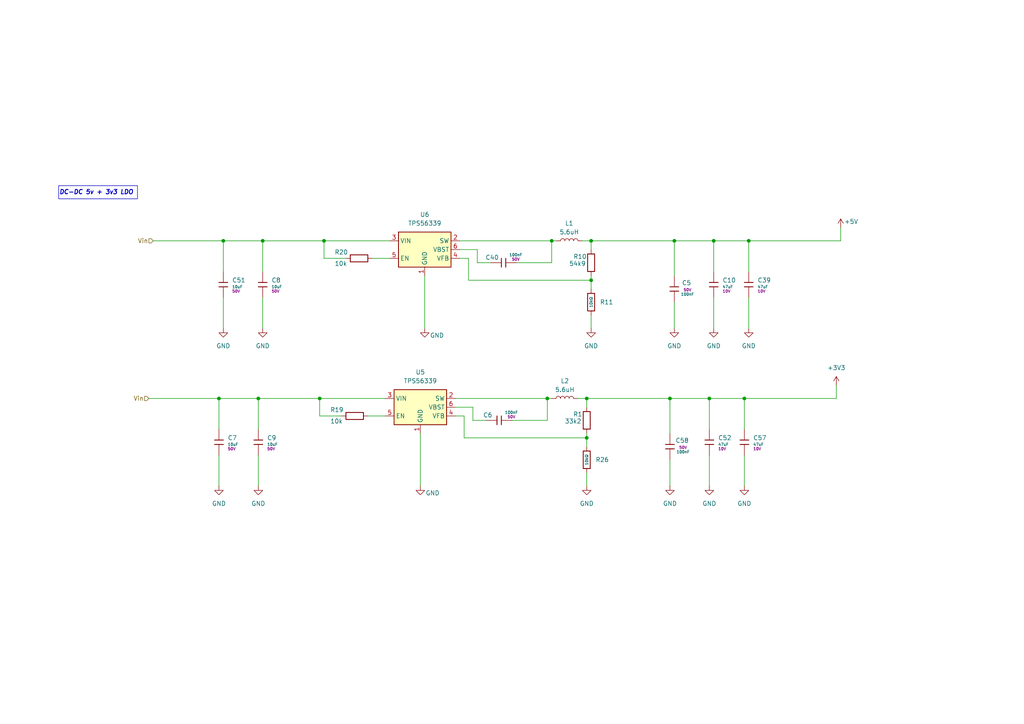
<source format=kicad_sch>
(kicad_sch (version 20231120) (generator "eeschema") (generator_version "8.0")
  (paper "A4")
  (title_block (title "5v and 3v3 psu") (date "2025-02-04") (rev "A") (company "Artem Horiunov") (comment 1 "DESIGNED IN POLAND"))
  (lib_symbols
    (symbol "Device:L" (pin_numbers hide) (pin_names (offset 1.016) hide)
      (property "Reference" "L" (at -1.27 0 90))
      (property "Value" "L" (at 1.905 0 90))
      (symbol "L_0_1"
        (arc (start 0 -2.54) (mid 0.6323 -1.905) (end 0 -1.27))
        (arc (start 0 -1.27) (mid 0.6323 -0.635) (end 0 0))
        (arc (start 0 0) (mid 0.6323 0.635) (end 0 1.27))
        (arc (start 0 1.27) (mid 0.6323 1.905) (end 0 2.54))
      )
      (symbol "L_1_1"
        (pin passive line (at 0 3.81 270) (length 1.27) (name "1") (number "1"))
        (pin passive line (at 0 -3.81 90) (length 1.27) (name "2") (number "2"))
      )
    )
    (symbol "Device:R" (pin_numbers hide) (pin_names (offset 0))
      (property "Reference" "R" (at 2.032 0 90))
      (property "Value" "R" (at 0 0 90))
      (symbol "R_0_1"
        (rectangle (start -1.016 -2.54) (end 1.016 2.54) (stroke (width 0.254)))
      )
      (symbol "R_1_1"
        (pin passive line (at 0 3.81 270) (length 1.27) (name "~") (number "1"))
        (pin passive line (at 0 -3.81 90) (length 1.27) (name "~") (number "2"))
      )
    )
    (symbol "PCM_JLCPCB-Capacitors:0402,100nF,(2)" (pin_numbers hide) (pin_names (offset 0))
      (property "Reference" "C" (at 2.032 1.668 0))
      (property "Value" "100nF" (at 2.032 -0.3782 0))
      (property "Voltage Rated" "50V" (at 2.032 -2.0462 0))
      (symbol "0402,100nF,(2)_0_1"
        (polyline (pts (xy -1.27 -0.635) (xy 1.27 -0.635)) (stroke (width 0.254)))
        (polyline (pts (xy -1.27 0.635) (xy 1.27 0.635)) (stroke (width 0.254)))
      )
      (symbol "0402,100nF,(2)_1_1"
        (pin passive line (at 0 3.81 270) (length 3.175) (name "~") (number "1"))
        (pin passive line (at 0 -3.81 90) (length 3.175) (name "~") (number "2"))
      )
    )
    (symbol "PCM_JLCPCB-Capacitors:1206,10uF" (pin_numbers hide) (pin_names (offset 0))
      (property "Reference" "C" (at 2.032 1.668 0))
      (property "Value" "10uF" (at 2.032 -0.3782 0))
      (property "Voltage Rated" "50V" (at 2.032 -2.0462 0))
      (symbol "1206,10uF_0_1"
        (polyline (pts (xy -1.27 -0.635) (xy 1.27 -0.635)) (stroke (width 0.254)))
        (polyline (pts (xy -1.27 0.635) (xy 1.27 0.635)) (stroke (width 0.254)))
      )
      (symbol "1206,10uF_1_1"
        (pin passive line (at 0 3.81 270) (length 3.175) (name "~") (number "1"))
        (pin passive line (at 0 -3.81 90) (length 3.175) (name "~") (number "2"))
      )
    )
    (symbol "PCM_JLCPCB-Capacitors:1206,47uF" (pin_numbers hide) (pin_names (offset 0))
      (property "Reference" "C" (at 2.032 1.668 0))
      (property "Value" "47uF" (at 2.032 -0.3782 0))
      (property "Voltage Rated" "10V" (at 2.032 -2.0462 0))
      (symbol "1206,47uF_0_1"
        (polyline (pts (xy -1.27 -0.635) (xy 1.27 -0.635)) (stroke (width 0.254)))
        (polyline (pts (xy -1.27 0.635) (xy 1.27 0.635)) (stroke (width 0.254)))
      )
      (symbol "1206,47uF_1_1"
        (pin passive line (at 0 3.81 270) (length 3.175) (name "~") (number "1"))
        (pin passive line (at 0 -3.81 90) (length 3.175) (name "~") (number "2"))
      )
    )
    (symbol "PCM_JLCPCB-Resistors:0402,10kΩ" (pin_numbers hide) (pin_names (offset 0))
      (property "Reference" "R" (at 1.778 0 0))
      (property "Value" "10kΩ" (at 0 0 90))
      (symbol "0402,10kΩ_0_1"
        (rectangle (start -1.016 2.54) (end 1.016 -2.54) (stroke (width 0.254)))
      )
      (symbol "0402,10kΩ_1_1"
        (pin passive line (at 0 3.81 270) (length 1.27) (name "~") (number "1"))
        (pin passive line (at 0 -3.81 90) (length 1.27) (name "~") (number "2"))
      )
    )
    (symbol "Regulator_Switching:TPS563200"
      (property "Reference" "U" (at -7.62 6.35 0))
      (property "Value" "TPS563200" (at -2.54 6.35 0))
      (symbol "TPS563200_0_1"
        (rectangle (start -7.62 5.08) (end 7.62 -5.08) (stroke (width 0.254)) (fill (type background)))
      )
      (symbol "TPS563200_1_1"
        (pin power_in line (at 0 -7.62 90) (length 2.54) (name "GND") (number "1"))
        (pin output line (at 10.16 2.54 180) (length 2.54) (name "SW") (number "2"))
        (pin power_in line (at -10.16 2.54 0) (length 2.54) (name "VIN") (number "3"))
        (pin input line (at 10.16 -2.54 180) (length 2.54) (name "VFB") (number "4"))
        (pin input line (at -10.16 -2.54 0) (length 2.54) (name "EN") (number "5"))
        (pin passive line (at 10.16 0 180) (length 2.54) (name "VBST") (number "6"))
      )
    )
    (symbol "power:+3V3" (power) (pin_numbers hide) (pin_names (offset 0) hide)
      (property "Value" "+3V3" (at 0 3.556 0))
      (symbol "+3V3_0_1"
        (polyline (pts (xy -0.762 1.27) (xy 0 2.54)))
        (polyline (pts (xy 0 0) (xy 0 2.54)))
        (polyline (pts (xy 0 2.54) (xy 0.762 1.27)))
      )
      (symbol "+3V3_1_1"
        (pin power_in line (at 0 0 90) (length 0) (name "~") (number "1"))
      )
    )
    (symbol "power:+5V" (power) (pin_numbers hide) (pin_names (offset 0) hide)
      (property "Value" "+5V" (at 0 3.556 0))
      (symbol "+5V_0_1"
        (polyline (pts (xy -0.762 1.27) (xy 0 2.54)))
        (polyline (pts (xy 0 0) (xy 0 2.54)))
        (polyline (pts (xy 0 2.54) (xy 0.762 1.27)))
      )
      (symbol "+5V_1_1"
        (pin power_in line (at 0 0 90) (length 0) (name "~") (number "1"))
      )
    )
    (symbol "power:GND" (power) (pin_numbers hide) (pin_names (offset 0) hide)
      (property "Value" "GND" (at 0 -3.81 0))
      (symbol "GND_0_1"
        (polyline (pts (xy 0 0) (xy 0 -1.27) (xy 1.27 -1.27) (xy 0 -2.54) (xy -1.27 -1.27) (xy 0 -1.27)))
      )
      (symbol "GND_1_1"
        (pin power_in line (at 0 0 270) (length 0) (name "~") (number "1"))
      )
    )
  )
  (junction (at 194.31 115.57))
  (junction (at 76.2 69.85))
  (junction (at 217.17 69.85))
  (junction (at 195.58 69.85))
  (junction (at 170.18 115.57))
  (junction (at 93.98 69.85))
  (junction (at 74.93 115.57))
  (junction (at 158.75 115.57))
  (junction (at 215.9 115.57))
  (junction (at 92.71 115.57))
  (junction (at 171.45 69.85))
  (junction (at 207.01 69.85))
  (junction (at 160.02 69.85))
  (junction (at 63.5 115.57))
  (junction (at 171.45 81.28))
  (junction (at 170.18 127))
  (junction (at 64.77 69.85))
  (junction (at 205.74 115.57))
  (wire (pts (xy 243.84 66.04) (xy 243.84 69.85)))
  (wire (pts (xy 171.45 72.39) (xy 171.45 69.85)))
  (wire (pts (xy 205.74 115.57) (xy 215.9 115.57)))
  (wire (pts (xy 74.93 115.57) (xy 74.93 124.46)))
  (wire (pts (xy 93.98 74.93) (xy 93.98 69.85)))
  (wire (pts (xy 137.16 118.11) (xy 132.08 118.11)))
  (wire (pts (xy 74.93 132.08) (xy 74.93 140.97)))
  (wire (pts (xy 99.06 120.65) (xy 92.71 120.65)))
  (wire (pts (xy 170.18 115.57) (xy 194.31 115.57)))
  (wire (pts (xy 92.71 120.65) (xy 92.71 115.57)))
  (wire (pts (xy 64.77 86.36) (xy 64.77 95.25)))
  (wire (pts (xy 76.2 86.36) (xy 76.2 95.25)))
  (wire (pts (xy 133.35 69.85) (xy 160.02 69.85)))
  (wire (pts (xy 170.18 125.73) (xy 170.18 127)))
  (wire (pts (xy 63.5 115.57) (xy 74.93 115.57)))
  (wire (pts (xy 106.68 120.65) (xy 111.76 120.65)))
  (wire (pts (xy 100.33 74.93) (xy 93.98 74.93)))
  (wire (pts (xy 137.16 121.92) (xy 140.97 121.92)))
  (wire (pts (xy 92.71 115.57) (xy 111.76 115.57)))
  (wire (pts (xy 138.43 72.39) (xy 133.35 72.39)))
  (wire (pts (xy 207.01 69.85) (xy 217.17 69.85)))
  (wire (pts (xy 207.01 86.36) (xy 207.01 95.25)))
  (wire (pts (xy 170.18 127) (xy 170.18 129.54)))
  (wire (pts (xy 195.58 87.63) (xy 195.58 95.25)))
  (wire (pts (xy 217.17 86.36) (xy 217.17 95.25)))
  (wire (pts (xy 194.31 133.35) (xy 194.31 140.97)))
  (wire (pts (xy 63.5 115.57) (xy 63.5 124.46)))
  (wire (pts (xy 242.57 111.76) (xy 242.57 115.57)))
  (wire (pts (xy 207.01 78.74) (xy 207.01 69.85)))
  (wire (pts (xy 138.43 76.2) (xy 142.24 76.2)))
  (wire (pts (xy 148.59 121.92) (xy 158.75 121.92)))
  (wire (pts (xy 205.74 124.46) (xy 205.74 115.57)))
  (wire (pts (xy 205.74 132.08) (xy 205.74 140.97)))
  (wire (pts (xy 167.64 115.57) (xy 170.18 115.57)))
  (wire (pts (xy 64.77 69.85) (xy 64.77 78.74)))
  (wire (pts (xy 133.35 74.93) (xy 135.89 74.93)))
  (wire (pts (xy 76.2 69.85) (xy 93.98 69.85)))
  (wire (pts (xy 217.17 69.85) (xy 217.17 78.74)))
  (wire (pts (xy 160.02 69.85) (xy 161.29 69.85)))
  (wire (pts (xy 170.18 118.11) (xy 170.18 115.57)))
  (wire (pts (xy 158.75 115.57) (xy 160.02 115.57)))
  (wire (pts (xy 158.75 115.57) (xy 158.75 121.92)))
  (wire (pts (xy 74.93 115.57) (xy 92.71 115.57)))
  (wire (pts (xy 215.9 115.57) (xy 215.9 124.46)))
  (wire (pts (xy 195.58 69.85) (xy 207.01 69.85)))
  (wire (pts (xy 63.5 132.08) (xy 63.5 140.97)))
  (wire (pts (xy 171.45 69.85) (xy 195.58 69.85)))
  (wire (pts (xy 134.62 127) (xy 170.18 127)))
  (wire (pts (xy 43.18 115.57) (xy 63.5 115.57)))
  (wire (pts (xy 135.89 81.28) (xy 171.45 81.28)))
  (wire (pts (xy 168.91 69.85) (xy 171.45 69.85)))
  (wire (pts (xy 138.43 72.39) (xy 138.43 76.2)))
  (wire (pts (xy 64.77 69.85) (xy 76.2 69.85)))
  (wire (pts (xy 171.45 81.28) (xy 171.45 83.82)))
  (wire (pts (xy 76.2 69.85) (xy 76.2 78.74)))
  (wire (pts (xy 44.45 69.85) (xy 64.77 69.85)))
  (wire (pts (xy 171.45 91.44) (xy 171.45 95.25)))
  (wire (pts (xy 149.86 76.2) (xy 160.02 76.2)))
  (wire (pts (xy 107.95 74.93) (xy 113.03 74.93)))
  (wire (pts (xy 160.02 69.85) (xy 160.02 76.2)))
  (wire (pts (xy 137.16 118.11) (xy 137.16 121.92)))
  (wire (pts (xy 134.62 127) (xy 134.62 120.65)))
  (wire (pts (xy 217.17 69.85) (xy 243.84 69.85)))
  (wire (pts (xy 194.31 125.73) (xy 194.31 115.57)))
  (wire (pts (xy 121.92 125.73) (xy 121.92 140.97)))
  (wire (pts (xy 93.98 69.85) (xy 113.03 69.85)))
  (wire (pts (xy 170.18 137.16) (xy 170.18 140.97)))
  (wire (pts (xy 135.89 81.28) (xy 135.89 74.93)))
  (wire (pts (xy 123.19 80.01) (xy 123.19 95.25)))
  (wire (pts (xy 195.58 80.01) (xy 195.58 69.85)))
  (wire (pts (xy 132.08 115.57) (xy 158.75 115.57)))
  (wire (pts (xy 215.9 115.57) (xy 242.57 115.57)))
  (wire (pts (xy 132.08 120.65) (xy 134.62 120.65)))
  (wire (pts (xy 171.45 80.01) (xy 171.45 81.28)))
  (wire (pts (xy 215.9 132.08) (xy 215.9 140.97)))
  (wire (pts (xy 194.31 115.57) (xy 205.74 115.57)))
  (rectangle (start 17.018 53.848) (end 39.878 57.658))
  (text "DC-DC 5v + 3v3 LDO\n" (at 27.94 55.88 0) (effects (font (size 1.27 1.27) (thickness 0.254) (bold yes) (italic yes))))
  (hierarchical_label "Vin" (shape input) (at 43.18 115.57 180))
  (hierarchical_label "Vin" (shape input) (at 44.45 69.85 180))
  (symbol (lib_id "PCM_JLCPCB-Resistors:0402,10kΩ") (at 170.18 133.35 0) (unit 1)
    (property "Reference" "R26" (at 172.72 133.35 0) (effects (justify left)))
    (property "Value" "10kΩ" (at 170.18 133.35 90) (effects (font (size 0.8 0.8))))
    (property "Footprint" "PCM_JLCPCB:R_0402" (effects (hide yes)))
    (property "Datasheet" "https://www.lcsc.com/datasheet/lcsc_datasheet_2411221126_UNI-ROYAL-Uniroyal-Elec-0402WGF1002TCE_C25744.pdf" (effects (hide yes)))
    (property "Description" "62.5mW Thick Film Resistors 50V ±100ppm/°C ±1% 10kΩ 0402 Chip Resistor - Surface Mount ROHS" (effects (hide yes)))
    (property "LCSC" "C25744" (effects (hide yes)))
    (property "Stock" "6666349" (effects (hide yes)))
    (property "Price" "0.004USD" (effects (hide yes)))
    (property "Process" "SMT" (effects (hide yes)))
    (property "Minimum Qty" "5" (effects (hide yes)))
    (property "Attrition Qty" "0" (effects (hide yes)))
    (property "Class" "Basic Component" (effects (hide yes)))
    (property "Category" "Resistors,Chip Resistor - Surface Mount" (effects (hide yes)))
    (property "Manufacturer" "UNI-ROYAL(Uniroyal Elec)" (effects (hide yes)))
    (property "Part" "0402WGF1002TCE" (effects (hide yes)))
    (property "Resistance" "10kΩ" (effects (hide yes)))
    (property "Power(Watts)" "62.5mW" (effects (hide yes)))
    (property "Type" "Thick Film Resistors" (effects (hide yes)))
    (property "Overload Voltage (Max)" "50V" (effects (hide yes)))
    (property "Operating Temperature Range" "-55°C~+155°C" (effects (hide yes)))
    (property "Tolerance" "±1%" (effects (hide yes)))
    (property "Temperature Coefficient" "±100ppm/°C" (effects (hide yes)))
  )
  (symbol (lib_id "PCM_JLCPCB-Capacitors:1206,47uF") (at 215.9 128.27 0) (unit 1)
    (property "Reference" "C57" (at 218.44 127 0) (effects (justify left)))
    (property "Value" "47uF" (at 218.44 128.905 0) (effects (font (size 0.8 0.8)) (justify left)))
    (property "Footprint" "PCM_JLCPCB:C_1206" (effects (hide yes)))
    (property "Datasheet" "https://www.lcsc.com/datasheet/lcsc_datasheet_2304140030_Samsung-Electro-Mechanics-CL31A476MPHNNNE_C96123.pdf" (effects (hide yes)))
    (property "Description" "10V 47uF X5R ±20% 1206 Multilayer Ceramic Capacitors MLCC - SMD/SMT ROHS" (effects (hide yes)))
    (property "LCSC" "C96123" (effects (hide yes)))
    (property "Stock" "417257" (effects (hide yes)))
    (property "Price" "0.070USD" (effects (hide yes)))
    (property "Process" "SMT" (effects (hide yes)))
    (property "Minimum Qty" "5" (effects (hide yes)))
    (property "Attrition Qty" "2" (effects (hide yes)))
    (property "Class" "Basic Component" (effects (hide yes)))
    (property "Category" "Capacitors,Multilayer Ceramic Capacitors MLCC - SMD/SMT" (effects (hide yes)))
    (property "Manufacturer" "Samsung Electro-Mechanics" (effects (hide yes)))
    (property "Part" "CL31A476MPHNNNE" (effects (hide yes)))
    (property "Voltage Rated" "10V" (at 218.44 130.175 0) (effects (font (size 0.8 0.8)) (justify left)))
    (property "Tolerance" "±20%" (effects (hide yes)))
    (property "Capacitance" "47uF" (effects (hide yes)))
    (property "Temperature Coefficient" "X5R" (effects (hide yes)))
  )
  (symbol (lib_id "power:GND") (at 123.19 95.25 0) (unit 1)
    (property "Reference" "#PWR020" (effects (hide yes)))
    (property "Value" "GND" (at 126.746 97.282 0))
    (property "Description" "Power symbol creates a global label with name \"GND\" , ground" (effects (hide yes)))
  )
  (symbol (lib_id "power:GND") (at 195.58 95.25 0) (unit 1)
    (property "Reference" "#PWR0107" (effects (hide yes)))
    (property "Value" "GND" (at 195.58 100.33 0))
    (property "Description" "Power symbol creates a global label with name \"GND\" , ground" (effects (hide yes)))
  )
  (symbol (lib_id "PCM_JLCPCB-Capacitors:1206,47uF") (at 207.01 82.55 0) (unit 1)
    (property "Reference" "C10" (at 209.55 81.28 0) (effects (justify left)))
    (property "Value" "47uF" (at 209.55 83.185 0) (effects (font (size 0.8 0.8)) (justify left)))
    (property "Footprint" "PCM_JLCPCB:C_1206" (effects (hide yes)))
    (property "Datasheet" "https://www.lcsc.com/datasheet/lcsc_datasheet_2304140030_Samsung-Electro-Mechanics-CL31A476MPHNNNE_C96123.pdf" (effects (hide yes)))
    (property "Description" "10V 47uF X5R ±20% 1206 Multilayer Ceramic Capacitors MLCC - SMD/SMT ROHS" (effects (hide yes)))
    (property "LCSC" "C96123" (effects (hide yes)))
    (property "Stock" "417257" (effects (hide yes)))
    (property "Price" "0.070USD" (effects (hide yes)))
    (property "Process" "SMT" (effects (hide yes)))
    (property "Minimum Qty" "5" (effects (hide yes)))
    (property "Attrition Qty" "2" (effects (hide yes)))
    (property "Class" "Basic Component" (effects (hide yes)))
    (property "Category" "Capacitors,Multilayer Ceramic Capacitors MLCC - SMD/SMT" (effects (hide yes)))
    (property "Manufacturer" "Samsung Electro-Mechanics" (effects (hide yes)))
    (property "Part" "CL31A476MPHNNNE" (effects (hide yes)))
    (property "Voltage Rated" "10V" (at 209.55 84.455 0) (effects (font (size 0.8 0.8)) (justify left)))
    (property "Tolerance" "±20%" (effects (hide yes)))
    (property "Capacitance" "47uF" (effects (hide yes)))
    (property "Temperature Coefficient" "X5R" (effects (hide yes)))
  )
  (symbol (lib_id "PCM_JLCPCB-Capacitors:1206,47uF") (at 205.74 128.27 0) (unit 1)
    (property "Reference" "C52" (at 208.28 127 0) (effects (justify left)))
    (property "Value" "47uF" (at 208.28 128.905 0) (effects (font (size 0.8 0.8)) (justify left)))
    (property "Footprint" "PCM_JLCPCB:C_1206" (effects (hide yes)))
    (property "Datasheet" "https://www.lcsc.com/datasheet/lcsc_datasheet_2304140030_Samsung-Electro-Mechanics-CL31A476MPHNNNE_C96123.pdf" (effects (hide yes)))
    (property "Description" "10V 47uF X5R ±20% 1206 Multilayer Ceramic Capacitors MLCC - SMD/SMT ROHS" (effects (hide yes)))
    (property "LCSC" "C96123" (effects (hide yes)))
    (property "Stock" "417257" (effects (hide yes)))
    (property "Price" "0.070USD" (effects (hide yes)))
    (property "Process" "SMT" (effects (hide yes)))
    (property "Minimum Qty" "5" (effects (hide yes)))
    (property "Attrition Qty" "2" (effects (hide yes)))
    (property "Class" "Basic Component" (effects (hide yes)))
    (property "Category" "Capacitors,Multilayer Ceramic Capacitors MLCC - SMD/SMT" (effects (hide yes)))
    (property "Manufacturer" "Samsung Electro-Mechanics" (effects (hide yes)))
    (property "Part" "CL31A476MPHNNNE" (effects (hide yes)))
    (property "Voltage Rated" "10V" (at 208.28 130.175 0) (effects (font (size 0.8 0.8)) (justify left)))
    (property "Tolerance" "±20%" (effects (hide yes)))
    (property "Capacitance" "47uF" (effects (hide yes)))
    (property "Temperature Coefficient" "X5R" (effects (hide yes)))
  )
  (symbol (lib_id "Device:L") (at 163.83 115.57 90) (unit 1)
    (property "Reference" "L2" (at 163.83 110.49 90))
    (property "Value" "5.6uH" (at 163.83 113.03 90))
    (property "Footprint" "Inductor_SMD:L_Sunlord_MWSA0518S" (effects (hide yes)))
    (property "Description" "Inductor" (effects (hide yes)))
  )
  (symbol (lib_id "PCM_JLCPCB-Capacitors:1206,10uF") (at 64.77 82.55 0) (unit 1)
    (property "Reference" "C51" (at 67.31 81.28 0) (effects (justify left)))
    (property "Value" "10uF" (at 67.31 83.185 0) (effects (font (size 0.8 0.8)) (justify left)))
    (property "Footprint" "PCM_JLCPCB:C_1206" (effects (hide yes)))
    (property "Datasheet" "https://www.lcsc.com/datasheet/lcsc_datasheet_2304140030_Samsung-Electro-Mechanics-CL31A106KBHNNNE_C13585.pdf" (effects (hide yes)))
    (property "Description" "50V 10uF X5R ±10% 1206 Multilayer Ceramic Capacitors MLCC - SMD/SMT ROHS" (effects (hide yes)))
    (property "LCSC" "C13585" (effects (hide yes)))
    (property "Stock" "4852625" (effects (hide yes)))
    (property "Price" "0.031USD" (effects (hide yes)))
    (property "Process" "SMT" (effects (hide yes)))
    (property "Minimum Qty" "5" (effects (hide yes)))
    (property "Attrition Qty" "4" (effects (hide yes)))
    (property "Class" "Basic Component" (effects (hide yes)))
    (property "Category" "Capacitors,Multilayer Ceramic Capacitors MLCC - SMD/SMT" (effects (hide yes)))
    (property "Manufacturer" "Samsung Electro-Mechanics" (effects (hide yes)))
    (property "Part" "CL31A106KBHNNNE" (effects (hide yes)))
    (property "Voltage Rated" "50V" (at 67.31 84.455 0) (effects (font (size 0.8 0.8)) (justify left)))
    (property "Tolerance" "±10%" (effects (hide yes)))
    (property "Capacitance" "10uF" (effects (hide yes)))
    (property "Temperature Coefficient" "X5R" (effects (hide yes)))
  )
  (symbol (lib_id "power:+3V3") (at 242.57 111.76 0) (unit 1)
    (property "Reference" "#PWR02" (effects (hide yes)))
    (property "Value" "+3V3" (at 242.57 106.68 0))
    (property "Description" "Power symbol creates a global label with name \"+3V3\"" (effects (hide yes)))
  )
  (symbol (lib_id "power:GND") (at 63.5 140.97 0) (unit 1)
    (property "Reference" "#PWR03" (effects (hide yes)))
    (property "Value" "GND" (at 63.5 146.05 0))
    (property "Description" "Power symbol creates a global label with name \"GND\" , ground" (effects (hide yes)))
  )
  (symbol (lib_id "PCM_JLCPCB-Capacitors:0402,100nF,(2)") (at 195.58 83.82 180) (unit 1)
    (property "Reference" "C5" (at 199.136 82.042 0))
    (property "Value" "100nF" (at 199.39 85.344 0) (effects (font (size 0.8 0.8))))
    (property "Footprint" "PCM_JLCPCB:C_0402" (effects (hide yes)))
    (property "Datasheet" "https://www.lcsc.com/datasheet/lcsc_datasheet_2304140030_Samsung-Electro-Mechanics-CL05B104KB54PNC_C307331.pdf" (effects (hide yes)))
    (property "Description" "50V 100nF X7R ±10% 0402 Multilayer Ceramic Capacitors MLCC - SMD/SMT ROHS" (effects (hide yes)))
    (property "LCSC" "C307331" (effects (hide yes)))
    (property "Stock" "5358037" (effects (hide yes)))
    (property "Price" "0.008USD" (effects (hide yes)))
    (property "Process" "SMT" (effects (hide yes)))
    (property "Minimum Qty" "20" (effects (hide yes)))
    (property "Attrition Qty" "10" (effects (hide yes)))
    (property "Class" "Basic Component" (effects (hide yes)))
    (property "Category" "Capacitors,Multilayer Ceramic Capacitors MLCC - SMD/SMT" (effects (hide yes)))
    (property "Manufacturer" "Samsung Electro-Mechanics" (effects (hide yes)))
    (property "Part" "CL05B104KB54PNC" (effects (hide yes)))
    (property "Voltage Rated" "50V" (at 199.39 84.074 0) (effects (font (size 0.8 0.8))))
    (property "Tolerance" "±10%" (effects (hide yes)))
    (property "Capacitance" "100nF" (effects (hide yes)))
    (property "Temperature Coefficient" "X7R" (effects (hide yes)))
  )
  (symbol (lib_id "power:GND") (at 170.18 140.97 0) (unit 1)
    (property "Reference" "#PWR024" (effects (hide yes)))
    (property "Value" "GND" (at 170.18 146.05 0))
    (property "Description" "Power symbol creates a global label with name \"GND\" , ground" (effects (hide yes)))
  )
  (symbol (lib_id "Device:R") (at 102.87 120.65 90) (unit 1)
    (property "Reference" "R19" (at 95.758 118.872 90) (effects (justify right)))
    (property "Value" "10k" (at 95.758 122.174 90) (effects (justify right)))
    (property "Footprint" "Resistor_SMD:R_0402_1005Metric" (effects (hide yes)))
    (property "Description" "Resistor" (effects (hide yes)))
  )
  (symbol (lib_id "Regulator_Switching:TPS563200") (at 121.92 118.11 0) (unit 1)
    (property "Reference" "U5" (at 121.92 107.95 0))
    (property "Value" "TPS56339" (at 121.92 110.49 0))
    (property "Footprint" "Package_TO_SOT_SMD:SOT-23-6" (effects (hide yes)))
    (property "Datasheet" "http://www.ti.com/lit/ds/symlink/tps563200.pdf" (effects (hide yes)))
    (property "Description" "3A Synchronous Step-Down Voltage Regulator, Adjustable Output Voltage, 4.5-17V Input Voltage, SOT-23-6" (effects (hide yes)))
  )
  (symbol (lib_id "power:GND") (at 74.93 140.97 0) (unit 1)
    (property "Reference" "#PWR015" (effects (hide yes)))
    (property "Value" "GND" (at 74.93 146.05 0))
    (property "Description" "Power symbol creates a global label with name \"GND\" , ground" (effects (hide yes)))
  )
  (symbol (lib_id "PCM_JLCPCB-Capacitors:1206,47uF") (at 217.17 82.55 0) (unit 1)
    (property "Reference" "C39" (at 219.71 81.28 0) (effects (justify left)))
    (property "Value" "47uF" (at 219.71 83.185 0) (effects (font (size 0.8 0.8)) (justify left)))
    (property "Footprint" "PCM_JLCPCB:C_1206" (effects (hide yes)))
    (property "Datasheet" "https://www.lcsc.com/datasheet/lcsc_datasheet_2304140030_Samsung-Electro-Mechanics-CL31A476MPHNNNE_C96123.pdf" (effects (hide yes)))
    (property "Description" "10V 47uF X5R ±20% 1206 Multilayer Ceramic Capacitors MLCC - SMD/SMT ROHS" (effects (hide yes)))
    (property "LCSC" "C96123" (effects (hide yes)))
    (property "Stock" "417257" (effects (hide yes)))
    (property "Price" "0.070USD" (effects (hide yes)))
    (property "Process" "SMT" (effects (hide yes)))
    (property "Minimum Qty" "5" (effects (hide yes)))
    (property "Attrition Qty" "2" (effects (hide yes)))
    (property "Class" "Basic Component" (effects (hide yes)))
    (property "Category" "Capacitors,Multilayer Ceramic Capacitors MLCC - SMD/SMT" (effects (hide yes)))
    (property "Manufacturer" "Samsung Electro-Mechanics" (effects (hide yes)))
    (property "Part" "CL31A476MPHNNNE" (effects (hide yes)))
    (property "Voltage Rated" "10V" (at 219.71 84.455 0) (effects (font (size 0.8 0.8)) (justify left)))
    (property "Tolerance" "±20%" (effects (hide yes)))
    (property "Capacitance" "47uF" (effects (hide yes)))
    (property "Temperature Coefficient" "X5R" (effects (hide yes)))
  )
  (symbol (lib_id "power:+5V") (at 243.84 66.04 0) (unit 1)
    (property "Reference" "#PWR014" (effects (hide yes)))
    (property "Value" "+5V" (at 246.888 64.262 0))
    (property "Description" "Power symbol creates a global label with name \"+5V\"" (effects (hide yes)))
  )
  (symbol (lib_id "PCM_JLCPCB-Capacitors:1206,10uF") (at 63.5 128.27 0) (unit 1)
    (property "Reference" "C7" (at 66.04 127 0) (effects (justify left)))
    (property "Value" "10uF" (at 66.04 128.905 0) (effects (font (size 0.8 0.8)) (justify left)))
    (property "Footprint" "PCM_JLCPCB:C_1206" (effects (hide yes)))
    (property "Datasheet" "https://www.lcsc.com/datasheet/lcsc_datasheet_2304140030_Samsung-Electro-Mechanics-CL31A106KBHNNNE_C13585.pdf" (effects (hide yes)))
    (property "Description" "50V 10uF X5R ±10% 1206 Multilayer Ceramic Capacitors MLCC - SMD/SMT ROHS" (effects (hide yes)))
    (property "LCSC" "C13585" (effects (hide yes)))
    (property "Stock" "4852625" (effects (hide yes)))
    (property "Price" "0.031USD" (effects (hide yes)))
    (property "Process" "SMT" (effects (hide yes)))
    (property "Minimum Qty" "5" (effects (hide yes)))
    (property "Attrition Qty" "4" (effects (hide yes)))
    (property "Class" "Basic Component" (effects (hide yes)))
    (property "Category" "Capacitors,Multilayer Ceramic Capacitors MLCC - SMD/SMT" (effects (hide yes)))
    (property "Manufacturer" "Samsung Electro-Mechanics" (effects (hide yes)))
    (property "Part" "CL31A106KBHNNNE" (effects (hide yes)))
    (property "Voltage Rated" "50V" (at 66.04 130.175 0) (effects (font (size 0.8 0.8)) (justify left)))
    (property "Tolerance" "±10%" (effects (hide yes)))
    (property "Capacitance" "10uF" (effects (hide yes)))
    (property "Temperature Coefficient" "X5R" (effects (hide yes)))
  )
  (symbol (lib_id "PCM_JLCPCB-Capacitors:0402,100nF,(2)") (at 146.05 76.2 90) (unit 1)
    (property "Reference" "C40" (at 142.748 74.676 90))
    (property "Value" "100nF" (at 149.606 73.914 90) (effects (font (size 0.8 0.8))))
    (property "Footprint" "PCM_JLCPCB:C_0402" (effects (hide yes)))
    (property "Datasheet" "https://www.lcsc.com/datasheet/lcsc_datasheet_2304140030_Samsung-Electro-Mechanics-CL05B104KB54PNC_C307331.pdf" (effects (hide yes)))
    (property "Description" "50V 100nF X7R ±10% 0402 Multilayer Ceramic Capacitors MLCC - SMD/SMT ROHS" (effects (hide yes)))
    (property "LCSC" "C307331" (effects (hide yes)))
    (property "Stock" "5358037" (effects (hide yes)))
    (property "Price" "0.008USD" (effects (hide yes)))
    (property "Process" "SMT" (effects (hide yes)))
    (property "Minimum Qty" "20" (effects (hide yes)))
    (property "Attrition Qty" "10" (effects (hide yes)))
    (property "Class" "Basic Component" (effects (hide yes)))
    (property "Category" "Capacitors,Multilayer Ceramic Capacitors MLCC - SMD/SMT" (effects (hide yes)))
    (property "Manufacturer" "Samsung Electro-Mechanics" (effects (hide yes)))
    (property "Part" "CL05B104KB54PNC" (effects (hide yes)))
    (property "Voltage Rated" "50V" (at 149.606 75.184 90) (effects (font (size 0.8 0.8))))
    (property "Tolerance" "±10%" (effects (hide yes)))
    (property "Capacitance" "100nF" (effects (hide yes)))
    (property "Temperature Coefficient" "X7R" (effects (hide yes)))
  )
  (symbol (lib_id "power:GND") (at 217.17 95.25 0) (unit 1)
    (property "Reference" "#PWR017" (effects (hide yes)))
    (property "Value" "GND" (at 217.17 100.33 0))
    (property "Description" "Power symbol creates a global label with name \"GND\" , ground" (effects (hide yes)))
  )
  (symbol (lib_id "Device:R") (at 104.14 74.93 90) (unit 1)
    (property "Reference" "R20" (at 97.028 73.152 90) (effects (justify right)))
    (property "Value" "10k" (at 97.028 76.454 90) (effects (justify right)))
    (property "Footprint" "Resistor_SMD:R_0402_1005Metric" (effects (hide yes)))
    (property "Description" "Resistor" (effects (hide yes)))
  )
  (symbol (lib_id "PCM_JLCPCB-Resistors:0402,10kΩ") (at 171.45 87.63 0) (unit 1)
    (property "Reference" "R11" (at 173.99 87.63 0) (effects (justify left)))
    (property "Value" "10kΩ" (at 171.45 87.63 90) (effects (font (size 0.8 0.8))))
    (property "Footprint" "PCM_JLCPCB:R_0402" (effects (hide yes)))
    (property "Datasheet" "https://www.lcsc.com/datasheet/lcsc_datasheet_2411221126_UNI-ROYAL-Uniroyal-Elec-0402WGF1002TCE_C25744.pdf" (effects (hide yes)))
    (property "Description" "62.5mW Thick Film Resistors 50V ±100ppm/°C ±1% 10kΩ 0402 Chip Resistor - Surface Mount ROHS" (effects (hide yes)))
    (property "LCSC" "C25744" (effects (hide yes)))
    (property "Stock" "6666349" (effects (hide yes)))
    (property "Price" "0.004USD" (effects (hide yes)))
    (property "Process" "SMT" (effects (hide yes)))
    (property "Minimum Qty" "5" (effects (hide yes)))
    (property "Attrition Qty" "0" (effects (hide yes)))
    (property "Class" "Basic Component" (effects (hide yes)))
    (property "Category" "Resistors,Chip Resistor - Surface Mount" (effects (hide yes)))
    (property "Manufacturer" "UNI-ROYAL(Uniroyal Elec)" (effects (hide yes)))
    (property "Part" "0402WGF1002TCE" (effects (hide yes)))
    (property "Resistance" "10kΩ" (effects (hide yes)))
    (property "Power(Watts)" "62.5mW" (effects (hide yes)))
    (property "Type" "Thick Film Resistors" (effects (hide yes)))
    (property "Overload Voltage (Max)" "50V" (effects (hide yes)))
    (property "Operating Temperature Range" "-55°C~+155°C" (effects (hide yes)))
    (property "Tolerance" "±1%" (effects (hide yes)))
    (property "Temperature Coefficient" "±100ppm/°C" (effects (hide yes)))
  )
  (symbol (lib_id "power:GND") (at 205.74 140.97 0) (unit 1)
    (property "Reference" "#PWR0105" (effects (hide yes)))
    (property "Value" "GND" (at 205.74 146.05 0))
    (property "Description" "Power symbol creates a global label with name \"GND\" , ground" (effects (hide yes)))
  )
  (symbol (lib_id "power:GND") (at 76.2 95.25 0) (unit 1)
    (property "Reference" "#PWR088" (effects (hide yes)))
    (property "Value" "GND" (at 76.2 100.33 0))
    (property "Description" "Power symbol creates a global label with name \"GND\" , ground" (effects (hide yes)))
  )
  (symbol (lib_id "power:GND") (at 171.45 95.25 0) (unit 1)
    (property "Reference" "#PWR021" (effects (hide yes)))
    (property "Value" "GND" (at 171.45 100.33 0))
    (property "Description" "Power symbol creates a global label with name \"GND\" , ground" (effects (hide yes)))
  )
  (symbol (lib_id "power:GND") (at 215.9 140.97 0) (unit 1)
    (property "Reference" "#PWR0108" (effects (hide yes)))
    (property "Value" "GND" (at 215.9 146.05 0))
    (property "Description" "Power symbol creates a global label with name \"GND\" , ground" (effects (hide yes)))
  )
  (symbol (lib_id "PCM_JLCPCB-Capacitors:0402,100nF,(2)") (at 144.78 121.92 90) (unit 1)
    (property "Reference" "C6" (at 141.478 120.396 90))
    (property "Value" "100nF" (at 148.336 119.634 90) (effects (font (size 0.8 0.8))))
    (property "Footprint" "PCM_JLCPCB:C_0402" (effects (hide yes)))
    (property "Datasheet" "https://www.lcsc.com/datasheet/lcsc_datasheet_2304140030_Samsung-Electro-Mechanics-CL05B104KB54PNC_C307331.pdf" (effects (hide yes)))
    (property "Description" "50V 100nF X7R ±10% 0402 Multilayer Ceramic Capacitors MLCC - SMD/SMT ROHS" (effects (hide yes)))
    (property "LCSC" "C307331" (effects (hide yes)))
    (property "Stock" "5358037" (effects (hide yes)))
    (property "Price" "0.008USD" (effects (hide yes)))
    (property "Process" "SMT" (effects (hide yes)))
    (property "Minimum Qty" "20" (effects (hide yes)))
    (property "Attrition Qty" "10" (effects (hide yes)))
    (property "Class" "Basic Component" (effects (hide yes)))
    (property "Category" "Capacitors,Multilayer Ceramic Capacitors MLCC - SMD/SMT" (effects (hide yes)))
    (property "Manufacturer" "Samsung Electro-Mechanics" (effects (hide yes)))
    (property "Part" "CL05B104KB54PNC" (effects (hide yes)))
    (property "Voltage Rated" "50V" (at 148.336 120.904 90) (effects (font (size 0.8 0.8))))
    (property "Tolerance" "±10%" (effects (hide yes)))
    (property "Capacitance" "100nF" (effects (hide yes)))
    (property "Temperature Coefficient" "X7R" (effects (hide yes)))
  )
  (symbol (lib_id "power:GND") (at 64.77 95.25 0) (unit 1)
    (property "Reference" "#PWR018" (effects (hide yes)))
    (property "Value" "GND" (at 64.77 100.33 0))
    (property "Description" "Power symbol creates a global label with name \"GND\" , ground" (effects (hide yes)))
  )
  (symbol (lib_id "power:GND") (at 194.31 140.97 0) (unit 1)
    (property "Reference" "#PWR089" (effects (hide yes)))
    (property "Value" "GND" (at 194.31 146.05 0))
    (property "Description" "Power symbol creates a global label with name \"GND\" , ground" (effects (hide yes)))
  )
  (symbol (lib_id "Device:L") (at 165.1 69.85 90) (unit 1)
    (property "Reference" "L1" (at 165.1 64.77 90))
    (property "Value" "5.6uH" (at 165.1 67.31 90))
    (property "Footprint" "Inductor_SMD:L_Sunlord_MWSA0518S" (effects (hide yes)))
    (property "Description" "Inductor" (effects (hide yes)))
  )
  (symbol (lib_id "power:GND") (at 121.92 140.97 0) (unit 1)
    (property "Reference" "#PWR019" (effects (hide yes)))
    (property "Value" "GND" (at 125.476 143.002 0))
    (property "Description" "Power symbol creates a global label with name \"GND\" , ground" (effects (hide yes)))
  )
  (symbol (lib_id "Device:R") (at 171.45 76.2 0) (unit 1)
    (property "Reference" "R10" (at 170.18 74.422 0) (effects (justify right)))
    (property "Value" "54k9" (at 169.926 76.454 0) (effects (justify right)))
    (property "Footprint" "Resistor_SMD:R_0402_1005Metric" (effects (hide yes)))
    (property "Description" "Resistor" (effects (hide yes)))
  )
  (symbol (lib_id "Device:R") (at 170.18 121.92 0) (unit 1)
    (property "Reference" "R1" (at 168.91 120.142 0) (effects (justify right)))
    (property "Value" "33k2" (at 168.656 122.174 0) (effects (justify right)))
    (property "Footprint" "Resistor_SMD:R_0402_1005Metric" (effects (hide yes)))
    (property "Description" "Resistor" (effects (hide yes)))
  )
  (symbol (lib_id "PCM_JLCPCB-Capacitors:1206,10uF") (at 74.93 128.27 0) (unit 1)
    (property "Reference" "C9" (at 77.47 127 0) (effects (justify left)))
    (property "Value" "10uF" (at 77.47 128.905 0) (effects (font (size 0.8 0.8)) (justify left)))
    (property "Footprint" "PCM_JLCPCB:C_1206" (effects (hide yes)))
    (property "Datasheet" "https://www.lcsc.com/datasheet/lcsc_datasheet_2304140030_Samsung-Electro-Mechanics-CL31A106KBHNNNE_C13585.pdf" (effects (hide yes)))
    (property "Description" "50V 10uF X5R ±10% 1206 Multilayer Ceramic Capacitors MLCC - SMD/SMT ROHS" (effects (hide yes)))
    (property "LCSC" "C13585" (effects (hide yes)))
    (property "Stock" "4852625" (effects (hide yes)))
    (property "Price" "0.031USD" (effects (hide yes)))
    (property "Process" "SMT" (effects (hide yes)))
    (property "Minimum Qty" "5" (effects (hide yes)))
    (property "Attrition Qty" "4" (effects (hide yes)))
    (property "Class" "Basic Component" (effects (hide yes)))
    (property "Category" "Capacitors,Multilayer Ceramic Capacitors MLCC - SMD/SMT" (effects (hide yes)))
    (property "Manufacturer" "Samsung Electro-Mechanics" (effects (hide yes)))
    (property "Part" "CL31A106KBHNNNE" (effects (hide yes)))
    (property "Voltage Rated" "50V" (at 77.47 130.175 0) (effects (font (size 0.8 0.8)) (justify left)))
    (property "Tolerance" "±10%" (effects (hide yes)))
    (property "Capacitance" "10uF" (effects (hide yes)))
    (property "Temperature Coefficient" "X5R" (effects (hide yes)))
  )
  (symbol (lib_id "Regulator_Switching:TPS563200") (at 123.19 72.39 0) (unit 1)
    (property "Reference" "U6" (at 123.19 62.23 0))
    (property "Value" "TPS56339" (at 123.19 64.77 0))
    (property "Footprint" "Package_TO_SOT_SMD:SOT-23-6" (effects (hide yes)))
    (property "Datasheet" "http://www.ti.com/lit/ds/symlink/tps563200.pdf" (effects (hide yes)))
    (property "Description" "3A Synchronous Step-Down Voltage Regulator, Adjustable Output Voltage, 4.5-17V Input Voltage, SOT-23-6" (effects (hide yes)))
  )
  (symbol (lib_id "PCM_JLCPCB-Capacitors:0402,100nF,(2)") (at 194.31 129.54 180) (unit 1)
    (property "Reference" "C58" (at 197.866 127.762 0))
    (property "Value" "100nF" (at 198.12 131.064 0) (effects (font (size 0.8 0.8))))
    (property "Footprint" "PCM_JLCPCB:C_0402" (effects (hide yes)))
    (property "Datasheet" "https://www.lcsc.com/datasheet/lcsc_datasheet_2304140030_Samsung-Electro-Mechanics-CL05B104KB54PNC_C307331.pdf" (effects (hide yes)))
    (property "Description" "50V 100nF X7R ±10% 0402 Multilayer Ceramic Capacitors MLCC - SMD/SMT ROHS" (effects (hide yes)))
    (property "LCSC" "C307331" (effects (hide yes)))
    (property "Stock" "5358037" (effects (hide yes)))
    (property "Price" "0.008USD" (effects (hide yes)))
    (property "Process" "SMT" (effects (hide yes)))
    (property "Minimum Qty" "20" (effects (hide yes)))
    (property "Attrition Qty" "10" (effects (hide yes)))
    (property "Class" "Basic Component" (effects (hide yes)))
    (property "Category" "Capacitors,Multilayer Ceramic Capacitors MLCC - SMD/SMT" (effects (hide yes)))
    (property "Manufacturer" "Samsung Electro-Mechanics" (effects (hide yes)))
    (property "Part" "CL05B104KB54PNC" (effects (hide yes)))
    (property "Voltage Rated" "50V" (at 198.12 129.794 0) (effects (font (size 0.8 0.8))))
    (property "Tolerance" "±10%" (effects (hide yes)))
    (property "Capacitance" "100nF" (effects (hide yes)))
    (property "Temperature Coefficient" "X7R" (effects (hide yes)))
  )
  (symbol (lib_id "PCM_JLCPCB-Capacitors:1206,10uF") (at 76.2 82.55 0) (unit 1)
    (property "Reference" "C8" (at 78.74 81.28 0) (effects (justify left)))
    (property "Value" "10uF" (at 78.74 83.185 0) (effects (font (size 0.8 0.8)) (justify left)))
    (property "Footprint" "PCM_JLCPCB:C_1206" (effects (hide yes)))
    (property "Datasheet" "https://www.lcsc.com/datasheet/lcsc_datasheet_2304140030_Samsung-Electro-Mechanics-CL31A106KBHNNNE_C13585.pdf" (effects (hide yes)))
    (property "Description" "50V 10uF X5R ±10% 1206 Multilayer Ceramic Capacitors MLCC - SMD/SMT ROHS" (effects (hide yes)))
    (property "LCSC" "C13585" (effects (hide yes)))
    (property "Stock" "4852625" (effects (hide yes)))
    (property "Price" "0.031USD" (effects (hide yes)))
    (property "Process" "SMT" (effects (hide yes)))
    (property "Minimum Qty" "5" (effects (hide yes)))
    (property "Attrition Qty" "4" (effects (hide yes)))
    (property "Class" "Basic Component" (effects (hide yes)))
    (property "Category" "Capacitors,Multilayer Ceramic Capacitors MLCC - SMD/SMT" (effects (hide yes)))
    (property "Manufacturer" "Samsung Electro-Mechanics" (effects (hide yes)))
    (property "Part" "CL31A106KBHNNNE" (effects (hide yes)))
    (property "Voltage Rated" "50V" (at 78.74 84.455 0) (effects (font (size 0.8 0.8)) (justify left)))
    (property "Tolerance" "±10%" (effects (hide yes)))
    (property "Capacitance" "10uF" (effects (hide yes)))
    (property "Temperature Coefficient" "X5R" (effects (hide yes)))
  )
  (symbol (lib_id "power:GND") (at 207.01 95.25 0) (unit 1)
    (property "Reference" "#PWR0106" (effects (hide yes)))
    (property "Value" "GND" (at 207.01 100.33 0))
    (property "Description" "Power symbol creates a global label with name \"GND\" , ground" (effects (hide yes)))
  )
)
</source>
